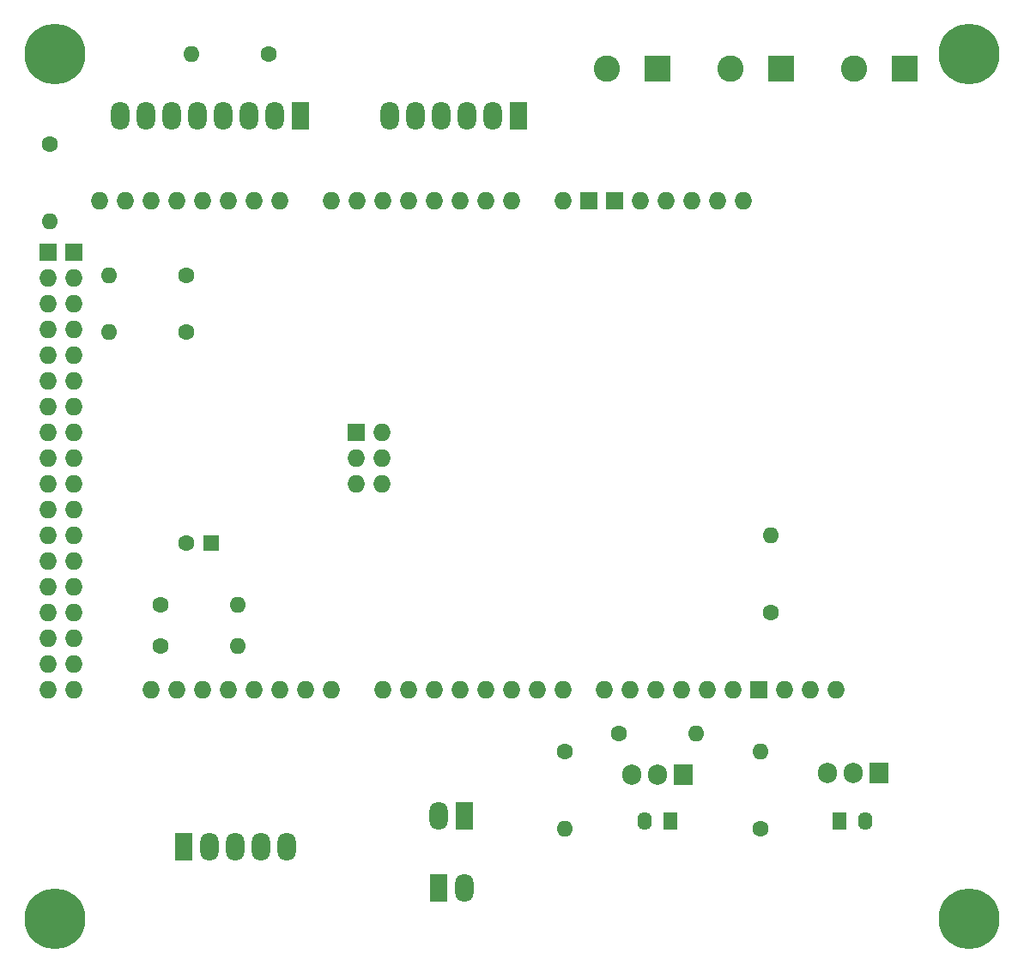
<source format=gbr>
%TF.GenerationSoftware,KiCad,Pcbnew,8.0.5*%
%TF.CreationDate,2024-12-28T12:09:30+01:00*%
%TF.ProjectId,TEEKeeper_V1.0,5445454b-6565-4706-9572-5f56312e302e,rev?*%
%TF.SameCoordinates,PX7b0df40PY6e75580*%
%TF.FileFunction,Soldermask,Bot*%
%TF.FilePolarity,Negative*%
%FSLAX46Y46*%
G04 Gerber Fmt 4.6, Leading zero omitted, Abs format (unit mm)*
G04 Created by KiCad (PCBNEW 8.0.5) date 2024-12-28 12:09:30*
%MOMM*%
%LPD*%
G01*
G04 APERTURE LIST*
%ADD10C,6.000000*%
%ADD11C,1.600000*%
%ADD12O,1.600000X1.600000*%
%ADD13R,1.800000X2.800000*%
%ADD14O,1.800000X2.800000*%
%ADD15O,1.727200X1.727200*%
%ADD16R,1.727200X1.727200*%
%ADD17R,2.600000X2.600000*%
%ADD18C,2.600000*%
%ADD19R,1.400000X1.800000*%
%ADD20O,1.400000X1.800000*%
%ADD21R,1.600000X1.600000*%
%ADD22R,1.905000X2.000000*%
%ADD23O,1.905000X2.000000*%
G04 APERTURE END LIST*
D10*
%TO.C,H4*%
X0Y0D03*
%TD*%
D11*
%TO.C,R5*%
X50292000Y16510000D03*
D12*
X50292000Y8890000D03*
%TD*%
D11*
%TO.C,R4*%
X10414000Y30988000D03*
D12*
X18034000Y30988000D03*
%TD*%
D13*
%TO.C,Buzzer1*%
X40386000Y10160000D03*
D14*
X37846000Y10160000D03*
%TD*%
D11*
%TO.C,R10*%
X12954000Y63500000D03*
D12*
X5334000Y63500000D03*
%TD*%
D15*
%TO.C,A1*%
X67950000Y70866000D03*
X60330000Y70866000D03*
X57790000Y70866000D03*
X29723000Y42926000D03*
X1910000Y22606000D03*
X-630000Y22606000D03*
X45090000Y70866000D03*
X42550000Y70866000D03*
X40010000Y70866000D03*
X37470000Y70866000D03*
X34930000Y70866000D03*
X32390000Y70866000D03*
X29850000Y70866000D03*
X27310000Y70866000D03*
X22230000Y70866000D03*
X19690000Y70866000D03*
X17150000Y70866000D03*
X14610000Y70866000D03*
X12070000Y70866000D03*
X9530000Y70866000D03*
X6990000Y70866000D03*
X4450000Y70866000D03*
X72014000Y22606000D03*
X32390000Y22606000D03*
X34930000Y22606000D03*
X37470000Y22606000D03*
X40010000Y22606000D03*
X42550000Y22606000D03*
X45090000Y22606000D03*
X47630000Y22606000D03*
X50170000Y22606000D03*
X54234000Y22606000D03*
X56774000Y22606000D03*
X59314000Y22606000D03*
X61854000Y22606000D03*
X64394000Y22606000D03*
X66934000Y22606000D03*
X27310000Y22606000D03*
X24770000Y22606000D03*
X22230000Y22606000D03*
X19690000Y22606000D03*
X17150000Y22606000D03*
X14610000Y22606000D03*
X12070000Y22606000D03*
X9530000Y22606000D03*
X1910000Y25146000D03*
X-630000Y25146000D03*
X1910000Y27686000D03*
X-630000Y27686000D03*
X1910000Y30226000D03*
X-630000Y30226000D03*
X1910000Y32766000D03*
X-630000Y32766000D03*
X1910000Y35306000D03*
X-630000Y35306000D03*
X1910000Y37846000D03*
X-630000Y37846000D03*
X1910000Y40386000D03*
X-630000Y40386000D03*
X1910000Y42926000D03*
X-630000Y42926000D03*
X1910000Y45466000D03*
X-630000Y45466000D03*
X1910000Y48006000D03*
X-630000Y48006000D03*
X1910000Y50546000D03*
X-630000Y50546000D03*
X1910000Y53086000D03*
X-630000Y53086000D03*
X1910000Y55626000D03*
X-630000Y55626000D03*
X1910000Y58166000D03*
X-630000Y58166000D03*
X1910000Y60706000D03*
X-630000Y60706000D03*
X1910000Y63246000D03*
X-630000Y63246000D03*
D16*
X69474000Y22606000D03*
X55250000Y70866000D03*
X52710000Y70866000D03*
X29723000Y48006000D03*
X1910000Y65786000D03*
X-630000Y65786000D03*
D15*
X65410000Y70866000D03*
X32263000Y42926000D03*
X29723000Y45466000D03*
X62870000Y70866000D03*
X32263000Y48006000D03*
X32263000Y45466000D03*
X77094000Y22606000D03*
X74554000Y22606000D03*
X50170000Y70866000D03*
%TD*%
D17*
%TO.C,SSR3*%
X83820000Y83828000D03*
D18*
X78820000Y83828000D03*
%TD*%
D10*
%TO.C,H1*%
X0Y85344000D03*
%TD*%
D11*
%TO.C,R12*%
X-508000Y76454000D03*
D12*
X-508000Y68834000D03*
%TD*%
D19*
%TO.C,LED_SSR1*%
X60711000Y9581000D03*
D20*
X58171000Y9581000D03*
%TD*%
D10*
%TO.C,H2*%
X90220800Y85344000D03*
%TD*%
D11*
%TO.C,R11*%
X12954000Y57912000D03*
D12*
X5334000Y57912000D03*
%TD*%
D19*
%TO.C,Door1*%
X77439600Y9652000D03*
D20*
X79979600Y9652000D03*
%TD*%
D10*
%TO.C,H3*%
X90220800Y0D03*
%TD*%
D17*
%TO.C,12V1*%
X59476000Y83828000D03*
D18*
X54476000Y83828000D03*
%TD*%
D13*
%TO.C,SD_CARD1*%
X24257000Y79248000D03*
D14*
X21717000Y79248000D03*
X19177000Y79248000D03*
X16637000Y79248000D03*
X14097000Y79248000D03*
X11557000Y79248000D03*
X9017000Y79248000D03*
X6477000Y79248000D03*
%TD*%
D11*
%TO.C,R7*%
X70612000Y30226000D03*
D12*
X70612000Y37846000D03*
%TD*%
D13*
%TO.C,ROTARY_ENCODER_PB1*%
X12700000Y7112000D03*
D14*
X15240000Y7112000D03*
X17780000Y7112000D03*
X20320000Y7112000D03*
X22860000Y7112000D03*
%TD*%
D11*
%TO.C,R6*%
X69596000Y8890000D03*
D12*
X69596000Y16510000D03*
%TD*%
D11*
%TO.C,R3*%
X10414000Y26924000D03*
D12*
X18034000Y26924000D03*
%TD*%
D13*
%TO.C,MAX31855K1*%
X45720000Y79248000D03*
D14*
X43180000Y79248000D03*
X40640000Y79248000D03*
X38100000Y79248000D03*
X35560000Y79248000D03*
X33020000Y79248000D03*
%TD*%
D11*
%TO.C,R8*%
X55626000Y18288000D03*
D12*
X63246000Y18288000D03*
%TD*%
D17*
%TO.C,DOOR2*%
X71628000Y83828000D03*
D18*
X66628000Y83828000D03*
%TD*%
D13*
%TO.C,RESET_BUTTON1*%
X37846000Y3048000D03*
D14*
X40386000Y3048000D03*
%TD*%
D11*
%TO.C,R9*%
X21082000Y85344000D03*
D12*
X13462000Y85344000D03*
%TD*%
D21*
%TO.C,C1*%
X15429113Y37084000D03*
D11*
X12929113Y37084000D03*
%TD*%
D22*
%TO.C,N_SSR1*%
X61976000Y14224000D03*
D23*
X59436000Y14224000D03*
X56896000Y14224000D03*
%TD*%
D22*
%TO.C,P_DOOR1*%
X81280000Y14366000D03*
D23*
X78740000Y14366000D03*
X76200000Y14366000D03*
%TD*%
M02*

</source>
